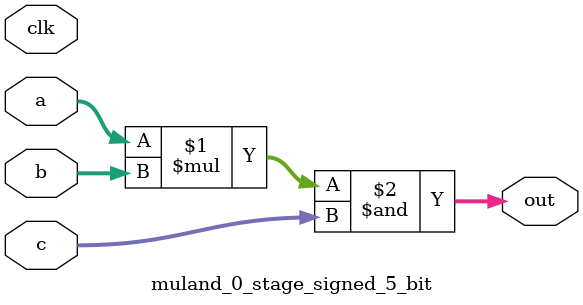
<source format=sv>
(* use_dsp = "yes" *) module muland_0_stage_signed_5_bit(
	input signed [4:0] a,
	input signed [4:0] b,
	input signed [4:0] c,
	output [4:0] out,
	input clk);

	assign out = (a * b) & c;
endmodule

</source>
